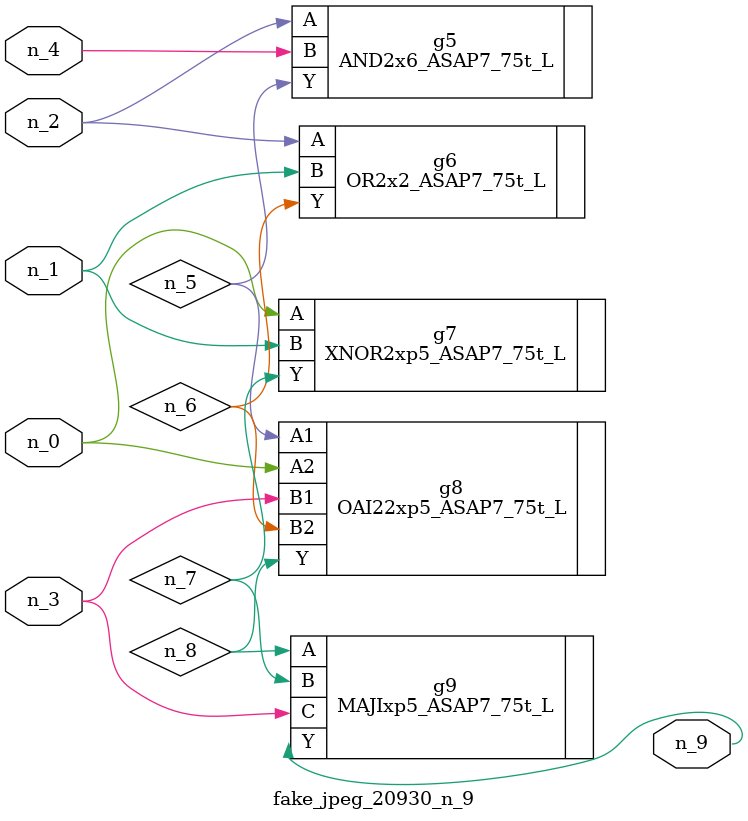
<source format=v>
module fake_jpeg_20930_n_9 (n_3, n_2, n_1, n_0, n_4, n_9);

input n_3;
input n_2;
input n_1;
input n_0;
input n_4;

output n_9;

wire n_8;
wire n_6;
wire n_5;
wire n_7;

AND2x6_ASAP7_75t_L g5 ( 
.A(n_2),
.B(n_4),
.Y(n_5)
);

OR2x2_ASAP7_75t_L g6 ( 
.A(n_2),
.B(n_1),
.Y(n_6)
);

XNOR2xp5_ASAP7_75t_L g7 ( 
.A(n_0),
.B(n_1),
.Y(n_7)
);

OAI22xp5_ASAP7_75t_L g8 ( 
.A1(n_5),
.A2(n_0),
.B1(n_3),
.B2(n_6),
.Y(n_8)
);

MAJIxp5_ASAP7_75t_L g9 ( 
.A(n_8),
.B(n_7),
.C(n_3),
.Y(n_9)
);


endmodule
</source>
